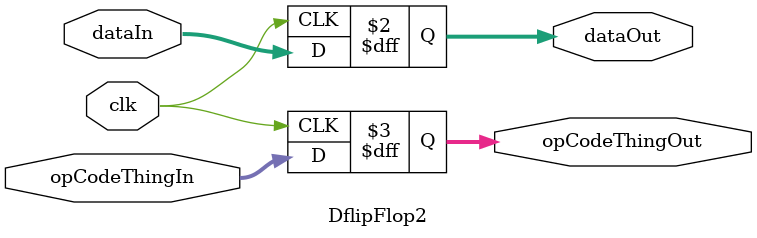
<source format=v>
module DflipFlop2(dataIn, clk, dataOut, opCodeThingIn, opCodeThingOut);
  input [31:0] dataIn;
  input clk;
  output [31:0] dataOut;
  reg [31:0] dataOut;
  input [5:0] opCodeThingIn;
  output [5:0] opCodeThingOut;
  reg [5:0] opCodeThingOut;
  always @(posedge clk) begin
    dataOut = dataIn;
    opCodeThingOut = opCodeThingIn;
  end
endmodule
</source>
